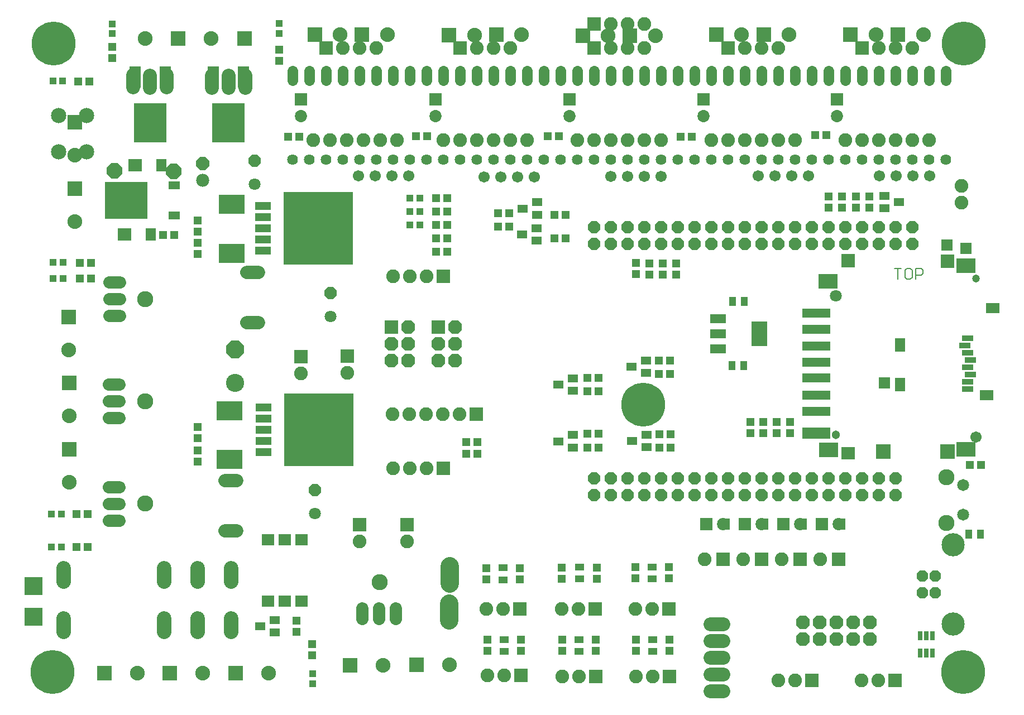
<source format=gts>
G75*
%MOIN*%
%OFA0B0*%
%FSLAX24Y24*%
%IPPOS*%
%LPD*%
%AMOC8*
5,1,8,0,0,1.08239X$1,22.5*
%
%ADD10C,0.0060*%
%ADD11C,0.0640*%
%ADD12C,0.0640*%
%ADD13C,0.0730*%
%ADD14R,0.0730X0.0730*%
%ADD15R,0.0820X0.0820*%
%ADD16C,0.0820*%
%ADD17R,0.0513X0.0474*%
%ADD18R,0.0474X0.0513*%
%ADD19R,0.0880X0.0880*%
%ADD20C,0.0880*%
%ADD21C,0.0720*%
%ADD22R,0.4178X0.4332*%
%ADD23R,0.0930X0.0500*%
%ADD24OC8,0.0710*%
%ADD25C,0.0710*%
%ADD26C,0.1080*%
%ADD27OC8,0.1080*%
%ADD28R,0.0395X0.0395*%
%ADD29C,0.0790*%
%ADD30C,0.0860*%
%ADD31R,0.0781X0.0678*%
%ADD32R,0.0631X0.0474*%
%ADD33R,0.1080X0.1080*%
%ADD34OC8,0.0740*%
%ADD35R,0.1576X0.1182*%
%ADD36OC8,0.0694*%
%ADD37C,0.1386*%
%ADD38R,0.0297X0.0552*%
%ADD39R,0.0395X0.0552*%
%ADD40R,0.0960X0.0560*%
%ADD41R,0.0946X0.1497*%
%ADD42R,0.0828X0.0828*%
%ADD43R,0.0789X0.0749*%
%ADD44R,0.1655X0.0680*%
%ADD45R,0.1655X0.0552*%
%ADD46C,0.0671*%
%ADD47C,0.0474*%
%ADD48R,0.1182X0.0867*%
%ADD49C,0.0513*%
%ADD50C,0.0710*%
%ADD51R,0.0671X0.0671*%
%ADD52R,0.0631X0.0710*%
%ADD53R,0.0552X0.0395*%
%ADD54OC8,0.0820*%
%ADD55C,0.0966*%
%ADD56C,0.0714*%
%ADD57C,0.0820*%
%ADD58R,0.0828X0.0631*%
%ADD59R,0.0631X0.0789*%
%ADD60R,0.0671X0.0356*%
%ADD61R,0.0710X0.1261*%
%ADD62R,0.1980X0.2330*%
%ADD63R,0.2521X0.2206*%
%ADD64R,0.0710X0.0474*%
%ADD65R,0.0600X0.0741*%
%ADD66R,0.0808X0.0741*%
%ADD67OC8,0.0780*%
%ADD68C,0.0780*%
%ADD69C,0.0670*%
%ADD70C,0.0660*%
%ADD71OC8,0.0930*%
%ADD72C,0.1085*%
%ADD73C,0.0907*%
%ADD74C,0.2620*%
D10*
X061624Y079960D02*
X061624Y080601D01*
X061837Y080601D02*
X061410Y080601D01*
X062055Y080494D02*
X062055Y080067D01*
X062161Y079960D01*
X062375Y079960D01*
X062482Y080067D01*
X062482Y080494D01*
X062375Y080601D01*
X062161Y080601D01*
X062055Y080494D01*
X062699Y080601D02*
X063019Y080601D01*
X063126Y080494D01*
X063126Y080280D01*
X063019Y080174D01*
X062699Y080174D01*
X062699Y079960D02*
X062699Y080601D01*
D11*
X062480Y087091D03*
X061480Y087091D03*
X060480Y087091D03*
X059480Y087091D03*
X058480Y087091D03*
X057480Y087091D03*
X056480Y087091D03*
X055480Y087091D03*
X054480Y087091D03*
X053480Y087091D03*
X052480Y087091D03*
X051480Y087091D03*
X050480Y087091D03*
X049480Y087091D03*
X048480Y087091D03*
X047480Y087091D03*
X046480Y087091D03*
X045480Y087091D03*
X044480Y087091D03*
X043480Y087091D03*
X042480Y087091D03*
X041480Y087091D03*
X040480Y087091D03*
X039480Y087091D03*
X038480Y087091D03*
X037480Y087091D03*
X036480Y087091D03*
X035480Y087091D03*
X034480Y087091D03*
X033480Y087091D03*
X032480Y087091D03*
X031480Y087091D03*
X030480Y087091D03*
X029480Y087091D03*
X028480Y087091D03*
X027480Y087091D03*
X026480Y087091D03*
X025480Y087091D03*
X063480Y087091D03*
X064480Y087091D03*
D12*
X064480Y091811D02*
X064480Y092371D01*
X063480Y092371D02*
X063480Y091811D01*
X062480Y091811D02*
X062480Y092371D01*
X061480Y092371D02*
X061480Y091811D01*
X060480Y091811D02*
X060480Y092371D01*
X059480Y092371D02*
X059480Y091811D01*
X058480Y091811D02*
X058480Y092371D01*
X057480Y092371D02*
X057480Y091811D01*
X056480Y091811D02*
X056480Y092371D01*
X055480Y092371D02*
X055480Y091811D01*
X054480Y091811D02*
X054480Y092371D01*
X053480Y092371D02*
X053480Y091811D01*
X052480Y091811D02*
X052480Y092371D01*
X051480Y092371D02*
X051480Y091811D01*
X050480Y091811D02*
X050480Y092371D01*
X049480Y092371D02*
X049480Y091811D01*
X048480Y091811D02*
X048480Y092371D01*
X047480Y092371D02*
X047480Y091811D01*
X046480Y091811D02*
X046480Y092371D01*
X045480Y092371D02*
X045480Y091811D01*
X044480Y091811D02*
X044480Y092371D01*
X043480Y092371D02*
X043480Y091811D01*
X042480Y091811D02*
X042480Y092371D01*
X041480Y092371D02*
X041480Y091811D01*
X040480Y091811D02*
X040480Y092371D01*
X039480Y092371D02*
X039480Y091811D01*
X038480Y091811D02*
X038480Y092371D01*
X037480Y092371D02*
X037480Y091811D01*
X036480Y091811D02*
X036480Y092371D01*
X035480Y092371D02*
X035480Y091811D01*
X034480Y091811D02*
X034480Y092371D01*
X033480Y092371D02*
X033480Y091811D01*
X032480Y091811D02*
X032480Y092371D01*
X031480Y092371D02*
X031480Y091811D01*
X030480Y091811D02*
X030480Y092371D01*
X029480Y092371D02*
X029480Y091811D01*
X028480Y091811D02*
X028480Y092371D01*
X027480Y092371D02*
X027480Y091811D01*
X026480Y091811D02*
X026480Y092371D01*
X025480Y092371D02*
X025480Y091811D01*
D13*
X025980Y089691D03*
X034030Y089691D03*
X042030Y089691D03*
X050030Y089691D03*
X057980Y089691D03*
X058103Y065308D03*
X055803Y065308D03*
X053503Y065308D03*
X051203Y065308D03*
D14*
X050203Y065308D03*
X052503Y065308D03*
X054803Y065308D03*
X057103Y065308D03*
X057980Y090691D03*
X050030Y090691D03*
X042030Y090691D03*
X034030Y090691D03*
X025980Y090691D03*
D15*
X027480Y093741D03*
X035480Y093741D03*
X043480Y093741D03*
X043493Y095191D03*
X051480Y093741D03*
X059480Y093741D03*
X036459Y071902D03*
X034481Y068663D03*
X032331Y065287D03*
X029508Y065275D03*
X028763Y075337D03*
X025997Y075327D03*
X031381Y077102D03*
X034191Y077092D03*
X034493Y080115D03*
X039070Y060251D03*
X039130Y056281D03*
X043580Y056231D03*
X043570Y060251D03*
X047970Y060251D03*
X047980Y056231D03*
X051203Y063208D03*
X053503Y063208D03*
X055803Y063208D03*
X058103Y063208D03*
X056479Y055983D03*
X061469Y055973D03*
D16*
X060469Y055973D03*
X059469Y055973D03*
X055479Y055983D03*
X054479Y055983D03*
X054703Y063208D03*
X057003Y063208D03*
X052403Y063208D03*
X050103Y063208D03*
X046970Y060251D03*
X045970Y060251D03*
X042570Y060251D03*
X041570Y060251D03*
X038070Y060251D03*
X037070Y060251D03*
X037130Y056281D03*
X038130Y056281D03*
X041580Y056231D03*
X042580Y056231D03*
X045980Y056231D03*
X046980Y056231D03*
X033481Y068663D03*
X032481Y068663D03*
X031481Y068663D03*
X031459Y071902D03*
X032459Y071902D03*
X033459Y071902D03*
X034459Y071902D03*
X035459Y071902D03*
X028763Y074337D03*
X025997Y074327D03*
X031493Y080115D03*
X032493Y080115D03*
X033493Y080115D03*
X034480Y088241D03*
X035480Y088241D03*
X036480Y088241D03*
X037480Y088241D03*
X038480Y088241D03*
X039480Y088241D03*
X042480Y088241D03*
X043480Y088241D03*
X044480Y088241D03*
X045480Y088241D03*
X046480Y088241D03*
X047480Y088241D03*
X050480Y088241D03*
X051480Y088241D03*
X052480Y088241D03*
X053480Y088241D03*
X054480Y088241D03*
X055480Y088241D03*
X058480Y088241D03*
X059480Y088241D03*
X060480Y088241D03*
X061480Y088241D03*
X062480Y088241D03*
X063480Y088241D03*
X065415Y085518D03*
X065415Y084518D03*
X062480Y093741D03*
X061480Y093741D03*
X060480Y093741D03*
X054480Y093741D03*
X053480Y093741D03*
X052480Y093741D03*
X046480Y093741D03*
X045480Y093741D03*
X044480Y093741D03*
X044493Y095191D03*
X045493Y095191D03*
X046493Y095191D03*
X038480Y093741D03*
X037480Y093741D03*
X036480Y093741D03*
X031740Y088261D03*
X030740Y088261D03*
X029740Y088261D03*
X028740Y088261D03*
X027740Y088261D03*
X026740Y088261D03*
X028480Y093741D03*
X029480Y093741D03*
X030480Y093741D03*
X029508Y064275D03*
X032331Y064287D03*
D17*
X035869Y069534D03*
X036539Y069534D03*
X036539Y070234D03*
X035869Y070234D03*
X043081Y069892D03*
X043751Y069892D03*
X043748Y070703D03*
X043079Y070703D03*
X043087Y073268D03*
X043756Y073268D03*
X043755Y074053D03*
X043086Y074053D03*
X047368Y074296D03*
X048038Y074296D03*
X048040Y075086D03*
X047371Y075086D03*
X047388Y070692D03*
X048058Y070692D03*
X048054Y069882D03*
X047385Y069882D03*
X041786Y082374D03*
X041117Y082374D03*
X041113Y083801D03*
X041782Y083801D03*
X038414Y083890D03*
X037745Y083890D03*
X037748Y083082D03*
X038417Y083082D03*
X034736Y083177D03*
X034067Y083177D03*
X034069Y082381D03*
X034738Y082381D03*
X034738Y081578D03*
X034069Y081578D03*
X034067Y083987D03*
X034736Y083987D03*
X034736Y084797D03*
X034067Y084797D03*
X033515Y088471D03*
X032846Y088471D03*
X025885Y088461D03*
X025216Y088461D03*
X018416Y082599D03*
X017747Y082599D03*
X013465Y080935D03*
X012795Y080935D03*
X012783Y079976D03*
X013452Y079976D03*
X013364Y091761D03*
X012694Y091761D03*
X012600Y065905D03*
X013270Y065905D03*
X013264Y063954D03*
X012595Y063954D03*
X040736Y088471D03*
X041405Y088471D03*
X048656Y088461D03*
X049325Y088461D03*
X056706Y088551D03*
X057375Y088551D03*
X065921Y068847D03*
X066591Y068847D03*
D18*
X055185Y070758D03*
X055185Y071428D03*
X054393Y071429D03*
X054393Y070760D03*
X053601Y070758D03*
X053601Y071428D03*
X052810Y071425D03*
X052810Y070756D03*
X047970Y062745D03*
X047970Y062076D03*
X045970Y062076D03*
X045970Y062745D03*
X043670Y062735D03*
X043670Y062066D03*
X041570Y062066D03*
X041570Y062735D03*
X039070Y062685D03*
X039070Y062016D03*
X037070Y062016D03*
X037070Y062685D03*
X037130Y058415D03*
X037130Y057746D03*
X039130Y057746D03*
X039130Y058415D03*
X041580Y058415D03*
X041580Y057746D03*
X043580Y057746D03*
X043580Y058415D03*
X045980Y058415D03*
X045980Y057746D03*
X047980Y057746D03*
X047980Y058415D03*
X048384Y080229D03*
X048384Y080898D03*
X047583Y080901D03*
X047583Y080231D03*
X046783Y080231D03*
X046783Y080901D03*
X045987Y080906D03*
X045987Y080236D03*
X057494Y084216D03*
X057494Y084886D03*
X058304Y084884D03*
X058304Y084214D03*
X059122Y084211D03*
X059122Y084881D03*
X059934Y084881D03*
X059934Y084212D03*
X026667Y058169D03*
X026667Y057500D03*
X025719Y058895D03*
X025719Y059564D03*
X019841Y069040D03*
X019841Y069709D03*
X019841Y070440D03*
X019841Y071109D03*
X019834Y081449D03*
X019834Y082119D03*
X019834Y082788D03*
X019834Y083457D03*
X024681Y092980D03*
X024681Y093650D03*
X014725Y093820D03*
X014725Y093151D03*
D19*
X018654Y094330D03*
X022609Y094328D03*
X026810Y094561D03*
X029640Y094561D03*
X034830Y094531D03*
X037650Y094541D03*
X042810Y094491D03*
X045640Y094491D03*
X050790Y094541D03*
X053620Y094541D03*
X058800Y094541D03*
X061630Y094551D03*
X060768Y069666D03*
X064587Y069666D03*
X032898Y056909D03*
X028930Y056897D03*
X022100Y056426D03*
X018158Y056426D03*
X014242Y056426D03*
X012146Y069801D03*
X012146Y073753D03*
X012136Y077701D03*
X012479Y085359D03*
X012479Y089319D03*
D20*
X012479Y087350D03*
X012479Y083391D03*
X012136Y075733D03*
X012146Y071784D03*
X012146Y067833D03*
X016211Y056426D03*
X020127Y056426D03*
X024068Y056426D03*
X030899Y056897D03*
X034866Y056909D03*
X036348Y094531D03*
X039168Y094541D03*
X044328Y094491D03*
X047158Y094491D03*
X052308Y094541D03*
X055138Y094541D03*
X060318Y094541D03*
X063148Y094551D03*
X031158Y094561D03*
X028328Y094561D03*
X020641Y094328D03*
X016685Y094330D03*
D21*
X015192Y079763D02*
X014552Y079763D01*
X014552Y078763D02*
X015192Y078763D01*
X015192Y077763D02*
X014552Y077763D01*
X014523Y073646D02*
X015163Y073646D01*
X015163Y072646D02*
X014523Y072646D01*
X014523Y071646D02*
X015163Y071646D01*
X015174Y067530D02*
X014534Y067530D01*
X014534Y066530D02*
X015174Y066530D01*
X015174Y065530D02*
X014534Y065530D01*
X029672Y060278D02*
X029672Y059638D01*
X030672Y059638D02*
X030672Y060278D01*
X031672Y060278D02*
X031672Y059638D01*
D22*
X027047Y070943D03*
X027021Y082995D03*
D23*
X023741Y082995D03*
X023741Y082325D03*
X023741Y081655D03*
X023741Y083665D03*
X023741Y084335D03*
X023767Y072283D03*
X023767Y071613D03*
X023767Y070943D03*
X023767Y070273D03*
X023767Y069603D03*
D24*
X026809Y067343D03*
X027753Y079127D03*
X023211Y087014D03*
D25*
X023211Y085614D03*
X027753Y077727D03*
X026809Y065943D03*
D26*
X022051Y073744D03*
D27*
X022051Y075744D03*
D28*
X026679Y055791D03*
X026679Y056381D03*
X011676Y063944D03*
X011085Y063944D03*
X011098Y065903D03*
X011689Y065903D03*
X011799Y079976D03*
X011208Y079976D03*
X011206Y080938D03*
X011797Y080938D03*
X011770Y091771D03*
X011179Y091771D03*
X014735Y094608D03*
X014735Y095199D03*
X024678Y095209D03*
X024678Y094619D03*
X032506Y084797D03*
X033097Y084797D03*
X033087Y083987D03*
X032496Y083987D03*
X032496Y083177D03*
X033087Y083177D03*
D29*
X023452Y080346D02*
X022742Y080346D01*
X022742Y077346D02*
X023452Y077346D01*
X022154Y067908D02*
X021444Y067908D01*
X021444Y064908D02*
X022154Y064908D01*
D30*
X021837Y062681D02*
X021837Y061901D01*
X019837Y061901D02*
X019837Y062681D01*
X017837Y062681D02*
X017837Y061901D01*
X017837Y059681D02*
X017837Y058901D01*
X019837Y058901D02*
X019837Y059681D01*
X021837Y059681D02*
X021837Y058901D01*
X011837Y058901D02*
X011837Y059681D01*
X011837Y061901D02*
X011837Y062681D01*
D31*
X024019Y064388D03*
X025019Y064388D03*
X026019Y064388D03*
X026019Y060730D03*
X025019Y060730D03*
X024019Y060730D03*
D32*
X024419Y059594D03*
X024419Y058846D03*
X023553Y059220D03*
X041358Y070262D03*
X042224Y070636D03*
X042224Y069888D03*
X042214Y073285D03*
X042214Y074033D03*
X041348Y073659D03*
X045740Y074718D03*
X046606Y074344D03*
X046606Y075092D03*
X046636Y070659D03*
X046636Y069910D03*
X045770Y070284D03*
X040044Y082250D03*
X040044Y082998D03*
X040084Y083790D03*
X040084Y084538D03*
X039218Y084164D03*
X039178Y082624D03*
X060840Y084181D03*
X060840Y084930D03*
X061706Y084556D03*
D33*
X010021Y061628D03*
X010021Y059778D03*
D34*
X043484Y067043D03*
X043484Y068043D03*
X044484Y068043D03*
X045484Y068043D03*
X046484Y068043D03*
X047484Y068043D03*
X047484Y067043D03*
X046484Y067043D03*
X045484Y067043D03*
X044484Y067043D03*
X048484Y067043D03*
X048484Y068043D03*
X049484Y068043D03*
X050484Y068043D03*
X051484Y068043D03*
X052484Y068043D03*
X053484Y068043D03*
X053484Y067043D03*
X052484Y067043D03*
X051484Y067043D03*
X050484Y067043D03*
X049484Y067043D03*
X054484Y067043D03*
X054484Y068043D03*
X055484Y068043D03*
X056484Y068043D03*
X057484Y068043D03*
X058484Y068043D03*
X059484Y068043D03*
X059484Y067043D03*
X058484Y067043D03*
X057484Y067043D03*
X056484Y067043D03*
X055484Y067043D03*
X060484Y067043D03*
X060484Y068043D03*
X061484Y068043D03*
X061484Y067043D03*
X061484Y082043D03*
X061484Y083043D03*
X060484Y083043D03*
X060484Y082043D03*
X059484Y082043D03*
X059484Y083043D03*
X058484Y083043D03*
X057484Y083043D03*
X056484Y083043D03*
X055484Y083043D03*
X054484Y083043D03*
X054484Y082043D03*
X055484Y082043D03*
X056484Y082043D03*
X057484Y082043D03*
X058484Y082043D03*
X062484Y082043D03*
X062484Y083043D03*
X053484Y083043D03*
X052484Y083043D03*
X051484Y083043D03*
X050484Y083043D03*
X049484Y083043D03*
X048484Y083043D03*
X048484Y082043D03*
X049484Y082043D03*
X050484Y082043D03*
X051484Y082043D03*
X052484Y082043D03*
X053484Y082043D03*
X047484Y082043D03*
X047484Y083043D03*
X046484Y083043D03*
X045484Y083043D03*
X044484Y083043D03*
X043484Y083043D03*
X043484Y082043D03*
X044484Y082043D03*
X045484Y082043D03*
X046484Y082043D03*
D35*
X021849Y081499D03*
X021849Y084412D03*
X021722Y072097D03*
X021722Y069184D03*
D36*
X063083Y062207D03*
X063871Y062207D03*
X063871Y061223D03*
X063083Y061223D03*
D37*
X064938Y059345D03*
X064938Y064085D03*
D38*
X063691Y058659D03*
X063317Y058659D03*
X062943Y058659D03*
X062943Y057635D03*
X063317Y057635D03*
X063691Y057635D03*
D39*
X065845Y064716D03*
X066553Y064716D03*
X052430Y074801D03*
X051721Y074801D03*
X051752Y078611D03*
X052461Y078611D03*
D40*
X050904Y077602D03*
X050904Y076692D03*
X050904Y075782D03*
D41*
X053344Y076692D03*
D42*
X058646Y081044D03*
X064591Y081005D03*
D43*
X058646Y069548D03*
D44*
X056757Y070736D03*
D45*
X056757Y072068D03*
X056757Y073013D03*
X056757Y074036D03*
X056757Y074981D03*
X056757Y075966D03*
X056757Y076950D03*
X056757Y077934D03*
D46*
X066284Y070533D03*
D47*
X066284Y079981D03*
D48*
X065695Y080768D03*
X057466Y079823D03*
X057506Y069744D03*
X065695Y069784D03*
D49*
X057939Y070650D03*
D50*
X057939Y078957D03*
D51*
X060831Y073744D03*
X064555Y081986D03*
X065686Y081789D03*
D52*
X058204Y065308D03*
X057101Y065308D03*
X055904Y065308D03*
X054801Y065308D03*
X053604Y065308D03*
X052501Y065308D03*
X051304Y065308D03*
X050201Y065308D03*
D53*
X046970Y062765D03*
X046970Y062056D03*
X046980Y058435D03*
X046980Y057726D03*
X042580Y057726D03*
X042580Y058435D03*
X042620Y062046D03*
X042620Y062755D03*
X038070Y062705D03*
X038070Y061996D03*
X038130Y058435D03*
X038130Y057726D03*
D54*
X035191Y075092D03*
X035191Y076092D03*
X035191Y077092D03*
X034191Y076092D03*
X034191Y075092D03*
X032381Y075102D03*
X032381Y076102D03*
X032381Y077102D03*
X031381Y076102D03*
X031381Y075102D03*
X055964Y059456D03*
X055964Y058456D03*
X056964Y058456D03*
X056964Y059456D03*
X057964Y059456D03*
X058964Y059456D03*
X059964Y059456D03*
X059964Y058456D03*
X058964Y058456D03*
X057964Y058456D03*
D55*
X064531Y065379D03*
X064531Y068134D03*
X030692Y061840D03*
X016705Y066548D03*
X016705Y072651D03*
X016705Y078753D03*
D56*
X065515Y067642D03*
X065515Y065871D03*
D57*
X051179Y059346D02*
X050439Y059346D01*
X050439Y058346D02*
X051179Y058346D01*
X051179Y057346D02*
X050439Y057346D01*
X050439Y056346D02*
X051179Y056346D01*
X051179Y055346D02*
X050439Y055346D01*
X022671Y091384D02*
X022671Y092124D01*
X021671Y092124D02*
X021671Y091384D01*
X020671Y091384D02*
X020671Y092124D01*
X017951Y092154D02*
X017951Y091414D01*
X016951Y091384D02*
X016951Y092124D01*
X015951Y092154D02*
X015951Y091414D01*
D58*
X066932Y073032D03*
X067286Y078229D03*
D59*
X061775Y076024D03*
X061775Y073662D03*
D60*
X065790Y073819D03*
X065790Y073386D03*
X065948Y074252D03*
X065790Y074685D03*
X065948Y075118D03*
X065790Y075551D03*
X065633Y075984D03*
X065790Y076418D03*
D61*
X022569Y092005D03*
X020774Y092005D03*
X017879Y092015D03*
X016084Y092015D03*
D62*
X016981Y089299D03*
X021671Y089289D03*
D63*
X015557Y084649D03*
D64*
X018431Y083752D03*
X018431Y085547D03*
D65*
X017666Y086749D03*
X017041Y082604D03*
D66*
X015470Y082604D03*
X016095Y086749D03*
D67*
X020141Y086844D03*
D68*
X020141Y085844D03*
D69*
X029431Y086114D03*
X030431Y086114D03*
X031421Y086114D03*
X032421Y086114D03*
X036931Y086054D03*
X037931Y086054D03*
X038931Y086064D03*
X039931Y086064D03*
X044481Y086094D03*
X045481Y086094D03*
X046481Y086094D03*
X047481Y086094D03*
X053291Y086104D03*
X054291Y086104D03*
X055291Y086104D03*
X056291Y086104D03*
X060511Y086124D03*
X061511Y086124D03*
X062511Y086124D03*
X063511Y086124D03*
D70*
X063511Y086124D03*
X062511Y086124D03*
X061511Y086124D03*
X060511Y086124D03*
X056291Y086104D03*
X055291Y086104D03*
X054291Y086104D03*
X053291Y086104D03*
X047481Y086094D03*
X046481Y086094D03*
X045481Y086094D03*
X044481Y086094D03*
X039931Y086064D03*
X038931Y086064D03*
X037931Y086054D03*
X036931Y086054D03*
X032421Y086114D03*
X031421Y086114D03*
X030431Y086114D03*
X029431Y086114D03*
D71*
X018391Y086384D03*
X014851Y086434D03*
D72*
X034861Y062807D02*
X034861Y061802D01*
X034821Y060577D02*
X034821Y059572D01*
D73*
X013181Y087564D03*
X011521Y087564D03*
X011531Y089724D03*
X013181Y089724D03*
D74*
X011233Y094029D03*
X011154Y056470D03*
X046434Y072440D03*
X065524Y056497D03*
X065564Y094029D03*
M02*

</source>
